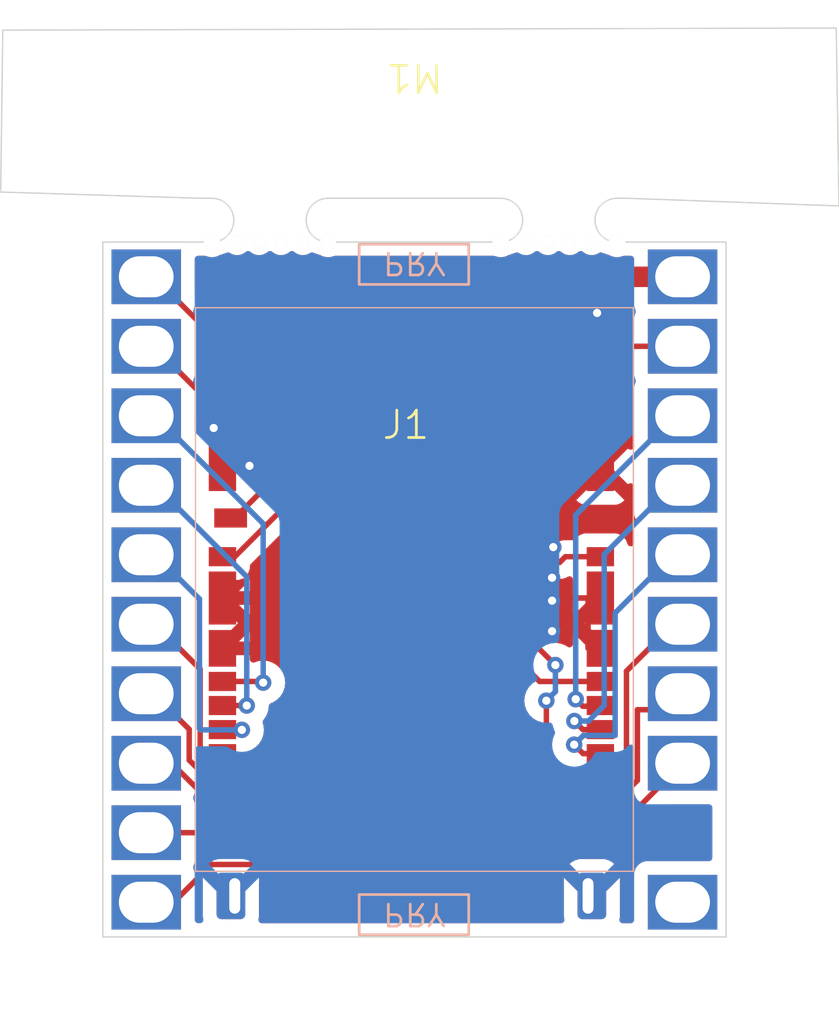
<source format=kicad_pcb>
(kicad_pcb (version 20240108) (generator "pcbnew") (generator_version "8.0")
  (layers (0 "F.Cu" signal) (31 "B.Cu" signal) (34 "B.Paste" user) (35 "F.Paste" user) (36 "B.SilkS" user "B.Silkscreen") (37 "F.SilkS" user "F.Silkscreen") (38 "B.Mask" user) (39 "F.Mask" user) (44 "Edge.Cuts" user))
  (net 0 "")
  (net 1 "SIM_AUX1")
  (net 2 "SD_GND")
  (net 3 "SD_DAT2")
  (net 4 "SIM_CLK")
  (net 5 "SIM_AUX2")
  (net 6 "GND")
  (net 7 "SD_DAT1")
  (net 8 "SD_CD")
  (net 9 "SD_VDD")
  (net 10 "SIM_VCC")
  (net 11 "SD_CLK")
  (net 12 "SIM_GND")
  (net 13 "SIM_VPP")
  (net 14 "SIM_RESET")
  (net 15 "SD_PRESENT")
  (net 16 "SD_CMD")
  (net 17 "SIM_DATA")
  (net 18 "SD_DAT0")
  (footprint "sim-and-sd-card:Molex 104168-1616 SIM and SD Card" (layer "F.Cu") (at 59.41 61.3218)
    (property "Reference" "J1" (at 0 -18.5166 0) (layer "F.SilkS") (effects (font (thickness 0.1))))
    (property "Value" "~")
    (pad "G1" thru_hole roundrect (at -6.2546 -1.3016) (size 1.05 1.7) (drill oval 0.4 1.3 (offset -0.14 0)) (layers "*.Cu" "*.Mask" "In1.Cu" "In2.Cu" "In3.Cu" "In4.Cu" "In5.Cu" "In6.Cu" "In7.Cu" "In8.Cu" "In9.Cu" "In10.Cu" "In11.Cu" "In12.Cu" "In13.Cu" "In14.Cu" "In15.Cu" "In16.Cu" "In17.Cu" "In18.Cu" "In19.Cu" "In20.Cu" "In21.Cu" "In22.Cu" "In23.Cu" "In24.Cu" "In25.Cu" "In26.Cu" "In27.Cu" "In28.Cu" "In29.Cu" "In30.Cu") (roundrect_rratio 0.1640419948) (net 6 "GND"))
    (pad "G2" smd rect (at -6.2546 -10.3516 180) (size 1 1.34) (drill oval (offset 0.45 0)) (layers "F.Cu" "F.Paste" "F.Mask") (net 6 "GND"))
    (pad "G3" smd rect (at -6.2546 -12.1916 180) (size 1 1.94) (drill oval (offset 0.45 0)) (layers "F.Cu" "F.Paste" "F.Mask") (net 6 "GND"))
    (pad "G4" smd rect (at -6.2546 -17.0016 180) (size 1 1.8) (drill oval (offset 0.45 0)) (layers "F.Cu" "F.Paste" "F.Mask") (net 6 "GND"))
    (pad "G5" smd rect (at 6.6554 -17.0016 180) (size 1 1.8) (drill oval (offset -0.45 0)) (layers "F.Cu" "F.Paste" "F.Mask") (net 6 "GND"))
    (pad "G6" smd rect (at 6.6554 -12.1916 180) (size 1 1.94) (drill oval (offset -0.45 0)) (layers "F.Cu" "F.Paste" "F.Mask") (net 6 "GND"))
    (pad "G7" smd rect (at 6.6554 -10.3516 180) (size 1 1.35) (drill oval (offset -0.45 0)) (layers "F.Cu" "F.Paste" "F.Mask") (net 6 "GND"))
    (pad "G8" thru_hole roundrect (at 6.6554 -1.3016 180) (size 1.05 1.7) (drill oval 0.4 1.3 (offset -0.14 0)) (layers "*.Cu" "*.Mask" "In1.Cu" "In2.Cu" "In3.Cu" "In4.Cu" "In5.Cu" "In6.Cu" "In7.Cu" "In8.Cu" "In9.Cu" "In10.Cu" "In11.Cu" "In12.Cu" "In13.Cu" "In14.Cu" "In15.Cu" "In16.Cu" "In17.Cu" "In18.Cu" "In19.Cu" "In20.Cu" "In21.Cu" "In22.Cu" "In23.Cu" "In24.Cu" "In25.Cu" "In26.Cu" "In27.Cu" "In28.Cu" "In29.Cu" "In30.Cu") (roundrect_rratio 0.1640419948) (net 6 "GND"))
    (pad "S/W" smd rect (at -6.2546 -15.1166 180) (size 1.2 0.7) (drill oval (offset 0.15 0)) (layers "F.Cu" "F.Paste" "F.Mask") (net 15 "SD_PRESENT"))
    (pad "S1" smd rect (at 6.6554 -3.8616 180) (size 1 0.7) (drill oval (offset -0.45 0)) (layers "F.Cu" "F.Paste" "F.Mask") (net 10 "SIM_VCC"))
    (pad "S2" smd rect (at 6.6554 -4.7416 180) (size 1 0.7) (drill oval (offset -0.45 0)) (layers "F.Cu" "F.Paste" "F.Mask") (net 14 "SIM_RESET"))
    (pad "S3" smd rect (at -6.2546 -4.7416 180) (size 1 0.7) (drill oval (offset 0.45 0)) (layers "F.Cu" "F.Paste" "F.Mask") (net 4 "SIM_CLK"))
    (pad "S4" smd rect (at -6.2546 -3.8616 180) (size 1 0.7) (drill oval (offset 0.45 0)) (layers "F.Cu" "F.Paste" "F.Mask") (net 1 "SIM_AUX1"))
    (pad "S5" smd rect (at 6.6554 -7.3816 180) (size 1 0.7) (drill oval (offset -0.45 0)) (layers "F.Cu" "F.Paste" "F.Mask") (net 12 "SIM_GND"))
    (pad "S6" smd rect (at 6.6554 -5.6216 180) (size 1 0.7) (drill oval (offset -0.45 0)) (layers "F.Cu" "F.Paste" "F.Mask") (net 13 "SIM_VPP"))
    (pad "S7" smd rect (at -6.2546 -5.6216 180) (size 1 0.7) (drill oval (offset 0.45 0)) (layers "F.Cu" "F.Paste" "F.Mask") (net 17 "SIM_DATA"))
    (pad "S8" smd rect (at -6.2546 -7.3816 180) (size 1 0.7) (drill oval (offset 0.45 0)) (layers "F.Cu" "F.Paste" "F.Mask") (net 5 "SIM_AUX2"))
    (pad "T1" smd rect (at 6.6554 -13.7016 180) (size 1 0.7) (drill oval (offset -0.45 0)) (layers "F.Cu" "F.Paste" "F.Mask") (net 3 "SD_DAT2"))
    (pad "T2" smd rect (at 6.6554 -9.1416 180) (size 1 0.7) (drill oval (offset -0.45 0)) (layers "F.Cu" "F.Paste" "F.Mask") (net 8 "SD_CD"))
    (pad "T3" smd rect (at 6.6554 -8.2616 180) (size 1 0.7) (drill oval (offset -0.45 0)) (layers "F.Cu" "F.Paste" "F.Mask") (net 16 "SD_CMD"))
    (pad "T4" smd rect (at 6.6554 -6.5016 180) (size 1 0.7) (drill oval (offset -0.45 0)) (layers "F.Cu" "F.Paste" "F.Mask") (net 9 "SD_VDD"))
    (pad "T5" smd rect (at -6.2546 -6.5016 180) (size 1 0.7) (drill oval (offset 0.45 0)) (layers "F.Cu" "F.Paste" "F.Mask") (net 11 "SD_CLK"))
    (pad "T6" smd rect (at -6.2546 -8.2616 180) (size 1 0.7) (drill oval (offset 0.45 0)) (layers "F.Cu" "F.Paste" "F.Mask") (net 2 "SD_GND"))
    (pad "T7" smd rect (at -6.2546 -9.1416 180) (size 1 0.7) (drill oval (offset 0.45 0)) (layers "F.Cu" "F.Paste" "F.Mask") (net 18 "SD_DAT0"))
    (pad "T8" smd rect (at -6.2546 -13.7016 180) (size 1 0.7) (drill oval (offset 0.45 0)) (layers "F.Cu" "F.Paste" "F.Mask") (net 7 "SD_DAT1"))
  )
  (footprint "MegaCastle:MegaCastle2x10-Module-I16.0x20.6-MBFFFF-PANEL-NIBBLE" (layer "F.Cu") (at 59.7208 48.8188 180)
    (property "Reference" "M1" (at 0 18.7 180) (layer "F.SilkS") (effects (font (thickness 0.1))))
    (property "Value" "~")
    (fp_rect (start -1.984241 11.151) (end 2.019516 12.62) (stroke (width 0.1)) (fill none) (layer "B.SilkS"))
    (fp_rect (start -1.984241 -11.151) (end 2.019516 -12.62) (stroke (width 0.1)) (fill none) (layer "B.SilkS"))
    (fp_rect (start -8 10.3) (end 8 -10.3) (stroke (width 0.05)) (fill none) (layer "B.SilkS"))
    (fp_line (start 11.3875 -12.7) (end 11.3875 12.7) (stroke (width 0.05)) (layer "Edge.Cuts"))
    (fp_line (start 7.8 14.3) (end 7.400001 14.3) (stroke (width 0.05)) (layer "Edge.Cuts"))
    (fp_line (start 7.8 12.7) (end 11.3875 12.7) (stroke (width 0.05)) (layer "Edge.Cuts"))
    (fp_line (start 7.8 12.7) (end 7.400001 12.7) (stroke (width 0.05)) (layer "Edge.Cuts"))
    (fp_line (start 2.755 14.3) (end 3.155 14.3) (stroke (width 0.05)) (layer "Edge.Cuts"))
    (fp_line (start 2.755 12.7) (end 3.155 12.7) (stroke (width 0.05)) (layer "Edge.Cuts"))
    (fp_line (start -2.755 14.3) (end -3.155 14.3) (stroke (width 0.05)) (layer "Edge.Cuts"))
    (fp_line (start -2.755 12.7) (end 2.755 12.7) (stroke (width 0.05)) (layer "Edge.Cuts"))
    (fp_line (start -2.755 12.7) (end -3.155 12.7) (stroke (width 0.05)) (layer "Edge.Cuts"))
    (fp_line (start -7.8 14.3) (end -7.4 14.3) (stroke (width 0.05)) (layer "Edge.Cuts"))
    (fp_line (start -7.8 12.7) (end -7.4 12.7) (stroke (width 0.05)) (layer "Edge.Cuts"))
    (fp_line (start -11.3875 12.7) (end -7.8 12.7) (stroke (width 0.05)) (layer "Edge.Cuts"))
    (fp_line (start -11.3875 -12.7) (end 11.3875 -12.7) (stroke (width 0.05)) (layer "Edge.Cuts"))
    (fp_line (start -11.3875 -12.7) (end -11.3875 12.7) (stroke (width 0.05)) (layer "Edge.Cuts"))
    (fp_arc (start 7.400001 14.3) (mid 6.6 13.5) (end 7.400001 12.7) (stroke (width 0.05)) (layer "Edge.Cuts"))
    (fp_arc (start 3.155 12.7) (mid 3.955 13.5) (end 3.155 14.3) (stroke (width 0.05)) (layer "Edge.Cuts"))
    (fp_arc (start -3.155 14.3) (mid -3.955 13.5) (end -3.155 12.7) (stroke (width 0.05)) (layer "Edge.Cuts"))
    (fp_arc (start -7.4 12.7) (mid -6.6 13.5) (end -7.4 14.3) (stroke (width 0.05)) (layer "Edge.Cuts"))
    (fp_text user "PRY" (at 0 -11.4 180) (layer "B.SilkS") (effects (font (size 0.8 0.8) (thickness 0.1)) (justify bottom mirror)))
    (fp_text user "PRY" (at 0 12.4 180) (layer "B.SilkS") (effects (font (size 0.8 0.8) (thickness 0.1)) (justify bottom mirror)))
    (pad "" np_thru_hole circle (at -7.4 12.7 180) (size 0.6 0.6) (drill 0.6) (layers "*.Cu" "Edge.Cuts"))
    (pad "" np_thru_hole circle (at -6.4775 12.7 180) (size 0.45 0.45) (drill 0.45) (layers "*.Cu" "Edge.Cuts"))
    (pad "" np_thru_hole circle (at -5.6775 12.7 180) (size 0.45 0.45) (drill 0.45) (layers "*.Cu" "Edge.Cuts"))
    (pad "" np_thru_hole circle (at -4.8775 12.7 180) (size 0.45 0.45) (drill 0.45) (layers "*.Cu" "Edge.Cuts"))
    (pad "" np_thru_hole circle (at -4.0775 12.7 180) (size 0.45 0.45) (drill 0.45) (layers "*.Cu" "Edge.Cuts"))
    (pad "" np_thru_hole circle (at -3.155 12.7 180) (size 0.6 0.6) (drill 0.6) (layers "*.Cu" "Edge.Cuts"))
    (pad "" np_thru_hole circle (at 3.155 12.7 180) (size 0.6 0.6) (drill 0.6) (layers "*.Cu" "Edge.Cuts"))
    (pad "" np_thru_hole circle (at 4.0775 12.7 180) (size 0.45 0.45) (drill 0.45) (layers "*.Cu" "Edge.Cuts"))
    (pad "" np_thru_hole circle (at 4.8775 12.7 180) (size 0.45 0.45) (drill 0.45) (layers "*.Cu" "Edge.Cuts"))
    (pad "" np_thru_hole circle (at 5.6775 12.7 180) (size 0.45 0.45) (drill 0.45) (layers "*.Cu" "Edge.Cuts"))
    (pad "" np_thru_hole circle (at 6.4775 12.7 180) (size 0.45 0.45) (drill 0.45) (layers "*.Cu" "Edge.Cuts"))
    (pad "" np_thru_hole circle (at 7.4 12.7 180) (size 0.6 0.6) (drill 0.6) (layers "*.Cu" "Edge.Cuts"))
    (pad "1" thru_hole rect (at -9.8 -11.43 180) (size 2.54 2) (drill oval 2 1.5) (property pad_prop_castellated) (layers "*.Cu" "*.Mask" "In1.Cu" "In2.Cu" "In3.Cu" "In4.Cu" "In5.Cu" "In6.Cu" "In7.Cu" "In8.Cu" "In9.Cu" "In10.Cu" "In11.Cu" "In12.Cu" "In13.Cu" "In14.Cu" "In15.Cu" "In16.Cu" "In17.Cu" "In18.Cu" "In19.Cu" "In20.Cu" "In21.Cu" "In22.Cu" "In23.Cu" "In24.Cu" "In25.Cu" "In26.Cu" "In27.Cu" "In28.Cu" "In29.Cu" "In30.Cu"))
    (pad "3" thru_hole rect (at -9.8 -6.35 180) (size 2.54 2) (drill oval 2 1.5) (property pad_prop_castellated) (layers "*.Cu" "*.Mask" "In1.Cu" "In2.Cu" "In3.Cu" "In4.Cu" "In5.Cu" "In6.Cu" "In7.Cu" "In8.Cu" "In9.Cu" "In10.Cu" "In11.Cu" "In12.Cu" "In13.Cu" "In14.Cu" "In15.Cu" "In16.Cu" "In17.Cu" "In18.Cu" "In19.Cu" "In20.Cu" "In21.Cu" "In22.Cu" "In23.Cu" "In24.Cu" "In25.Cu" "In26.Cu" "In27.Cu" "In28.Cu" "In29.Cu" "In30.Cu") (net 10 "SIM_VCC"))
    (pad "4" thru_hole rect (at -9.8 -3.81 180) (size 2.54 2) (drill oval 2 1.5) (property pad_prop_castellated) (layers "*.Cu" "*.Mask" "In1.Cu" "In2.Cu" "In3.Cu" "In4.Cu" "In5.Cu" "In6.Cu" "In7.Cu" "In8.Cu" "In9.Cu" "In10.Cu" "In11.Cu" "In12.Cu" "In13.Cu" "In14.Cu" "In15.Cu" "In16.Cu" "In17.Cu" "In18.Cu" "In19.Cu" "In20.Cu" "In21.Cu" "In22.Cu" "In23.Cu" "In24.Cu" "In25.Cu" "In26.Cu" "In27.Cu" "In28.Cu" "In29.Cu" "In30.Cu") (net 14 "SIM_RESET"))
    (pad "5" thru_hole rect (at -9.8 -1.27 180) (size 2.54 2) (drill oval 2 1.5) (property pad_prop_castellated) (layers "*.Cu" "*.Mask" "In1.Cu" "In2.Cu" "In3.Cu" "In4.Cu" "In5.Cu" "In6.Cu" "In7.Cu" "In8.Cu" "In9.Cu" "In10.Cu" "In11.Cu" "In12.Cu" "In13.Cu" "In14.Cu" "In15.Cu" "In16.Cu" "In17.Cu" "In18.Cu" "In19.Cu" "In20.Cu" "In21.Cu" "In22.Cu" "In23.Cu" "In24.Cu" "In25.Cu" "In26.Cu" "In27.Cu" "In28.Cu" "In29.Cu" "In30.Cu") (net 13 "SIM_VPP"))
    (pad "6" thru_hole rect (at -9.8 1.27 180) (size 2.54 2) (drill oval 2 1.5) (property pad_prop_castellated) (layers "*.Cu" "*.Mask" "In1.Cu" "In2.Cu" "In3.Cu" "In4.Cu" "In5.Cu" "In6.Cu" "In7.Cu" "In8.Cu" "In9.Cu" "In10.Cu" "In11.Cu" "In12.Cu" "In13.Cu" "In14.Cu" "In15.Cu" "In16.Cu" "In17.Cu" "In18.Cu" "In19.Cu" "In20.Cu" "In21.Cu" "In22.Cu" "In23.Cu" "In24.Cu" "In25.Cu" "In26.Cu" "In27.Cu" "In28.Cu" "In29.Cu" "In30.Cu") (net 9 "SD_VDD"))
    (pad "7" thru_hole rect (at -9.8 3.81 180) (size 2.54 2) (drill oval 2 1.5) (property pad_prop_castellated) (layers "*.Cu" "*.Mask" "In1.Cu" "In2.Cu" "In3.Cu" "In4.Cu" "In5.Cu" "In6.Cu" "In7.Cu" "In8.Cu" "In9.Cu" "In10.Cu" "In11.Cu" "In12.Cu" "In13.Cu" "In14.Cu" "In15.Cu" "In16.Cu" "In17.Cu" "In18.Cu" "In19.Cu" "In20.Cu" "In21.Cu" "In22.Cu" "In23.Cu" "In24.Cu" "In25.Cu" "In26.Cu" "In27.Cu" "In28.Cu" "In29.Cu" "In30.Cu") (net 12 "SIM_GND"))
    (pad "8" thru_hole rect (at -9.8 6.35 180) (size 2.54 2) (drill oval 2 1.5) (property pad_prop_castellated) (layers "*.Cu" "*.Mask" "In1.Cu" "In2.Cu" "In3.Cu" "In4.Cu" "In5.Cu" "In6.Cu" "In7.Cu" "In8.Cu" "In9.Cu" "In10.Cu" "In11.Cu" "In12.Cu" "In13.Cu" "In14.Cu" "In15.Cu" "In16.Cu" "In17.Cu" "In18.Cu" "In19.Cu" "In20.Cu" "In21.Cu" "In22.Cu" "In23.Cu" "In24.Cu" "In25.Cu" "In26.Cu" "In27.Cu" "In28.Cu" "In29.Cu" "In30.Cu") (net 16 "SD_CMD"))
    (pad "9" thru_hole rect (at -9.8 8.89 180) (size 2.54 2) (drill oval 2 1.5) (property pad_prop_castellated) (layers "*.Cu" "*.Mask" "In1.Cu" "In2.Cu" "In3.Cu" "In4.Cu" "In5.Cu" "In6.Cu" "In7.Cu" "In8.Cu" "In9.Cu" "In10.Cu" "In11.Cu" "In12.Cu" "In13.Cu" "In14.Cu" "In15.Cu" "In16.Cu" "In17.Cu" "In18.Cu" "In19.Cu" "In20.Cu" "In21.Cu" "In22.Cu" "In23.Cu" "In24.Cu" "In25.Cu" "In26.Cu" "In27.Cu" "In28.Cu" "In29.Cu" "In30.Cu") (net 8 "SD_CD"))
    (pad "10" thru_hole rect (at -9.8 11.43 180) (size 2.54 2) (drill oval 2 1.5) (property pad_prop_castellated) (layers "*.Cu" "*.Mask" "In1.Cu" "In2.Cu" "In3.Cu" "In4.Cu" "In5.Cu" "In6.Cu" "In7.Cu" "In8.Cu" "In9.Cu" "In10.Cu" "In11.Cu" "In12.Cu" "In13.Cu" "In14.Cu" "In15.Cu" "In16.Cu" "In17.Cu" "In18.Cu" "In19.Cu" "In20.Cu" "In21.Cu" "In22.Cu" "In23.Cu" "In24.Cu" "In25.Cu" "In26.Cu" "In27.Cu" "In28.Cu" "In29.Cu" "In30.Cu") (net 6 "GND"))
    (pad "11" thru_hole rect (at 9.8 -11.43 180) (size 2.54 2) (drill oval 2 1.5) (property pad_prop_castellated) (layers "*.Cu" "*.Mask" "In1.Cu" "In2.Cu" "In3.Cu" "In4.Cu" "In5.Cu" "In6.Cu" "In7.Cu" "In8.Cu" "In9.Cu" "In10.Cu" "In11.Cu" "In12.Cu" "In13.Cu" "In14.Cu" "In15.Cu" "In16.Cu" "In17.Cu" "In18.Cu" "In19.Cu" "In20.Cu" "In21.Cu" "In22.Cu" "In23.Cu" "In24.Cu" "In25.Cu" "In26.Cu" "In27.Cu" "In28.Cu" "In29.Cu" "In30.Cu") (net 3 "SD_DAT2"))
    (pad "12" thru_hole rect (at 9.8 -8.89 180) (size 2.54 2) (drill oval 2 1.5) (property pad_prop_castellated) (layers "*.Cu" "*.Mask" "In1.Cu" "In2.Cu" "In3.Cu" "In4.Cu" "In5.Cu" "In6.Cu" "In7.Cu" "In8.Cu" "In9.Cu" "In10.Cu" "In11.Cu" "In12.Cu" "In13.Cu" "In14.Cu" "In15.Cu" "In16.Cu" "In17.Cu" "In18.Cu" "In19.Cu" "In20.Cu" "In21.Cu" "In22.Cu" "In23.Cu" "In24.Cu" "In25.Cu" "In26.Cu" "In27.Cu" "In28.Cu" "In29.Cu" "In30.Cu") (net 1 "SIM_AUX1"))
    (pad "13" thru_hole rect (at 9.8 -6.35 180) (size 2.54 2) (drill oval 2 1.5) (property pad_prop_castellated) (layers "*.Cu" "*.Mask" "In1.Cu" "In2.Cu" "In3.Cu" "In4.Cu" "In5.Cu" "In6.Cu" "In7.Cu" "In8.Cu" "In9.Cu" "In10.Cu" "In11.Cu" "In12.Cu" "In13.Cu" "In14.Cu" "In15.Cu" "In16.Cu" "In17.Cu" "In18.Cu" "In19.Cu" "In20.Cu" "In21.Cu" "In22.Cu" "In23.Cu" "In24.Cu" "In25.Cu" "In26.Cu" "In27.Cu" "In28.Cu" "In29.Cu" "In30.Cu") (net 4 "SIM_CLK"))
    (pad "14" thru_hole rect (at 9.8 -3.81 180) (size 2.54 2) (drill oval 2 1.5) (property pad_prop_castellated) (layers "*.Cu" "*.Mask" "In1.Cu" "In2.Cu" "In3.Cu" "In4.Cu" "In5.Cu" "In6.Cu" "In7.Cu" "In8.Cu" "In9.Cu" "In10.Cu" "In11.Cu" "In12.Cu" "In13.Cu" "In14.Cu" "In15.Cu" "In16.Cu" "In17.Cu" "In18.Cu" "In19.Cu" "In20.Cu" "In21.Cu" "In22.Cu" "In23.Cu" "In24.Cu" "In25.Cu" "In26.Cu" "In27.Cu" "In28.Cu" "In29.Cu" "In30.Cu") (net 17 "SIM_DATA"))
    (pad "15" thru_hole rect (at 9.8 -1.27 180) (size 2.54 2) (drill oval 2 1.5) (property pad_prop_castellated) (layers "*.Cu" "*.Mask" "In1.Cu" "In2.Cu" "In3.Cu" "In4.Cu" "In5.Cu" "In6.Cu" "In7.Cu" "In8.Cu" "In9.Cu" "In10.Cu" "In11.Cu" "In12.Cu" "In13.Cu" "In14.Cu" "In15.Cu" "In16.Cu" "In17.Cu" "In18.Cu" "In19.Cu" "In20.Cu" "In21.Cu" "In22.Cu" "In23.Cu" "In24.Cu" "In25.Cu" "In26.Cu" "In27.Cu" "In28.Cu" "In29.Cu" "In30.Cu") (net 11 "SD_CLK"))
    (pad "16" thru_hole rect (at 9.8 1.27 180) (size 2.54 2) (drill oval 2 1.5) (property pad_prop_castellated) (layers "*.Cu" "*.Mask" "In1.Cu" "In2.Cu" "In3.Cu" "In4.Cu" "In5.Cu" "In6.Cu" "In7.Cu" "In8.Cu" "In9.Cu" "In10.Cu" "In11.Cu" "In12.Cu" "In13.Cu" "In14.Cu" "In15.Cu" "In16.Cu" "In17.Cu" "In18.Cu" "In19.Cu" "In20.Cu" "In21.Cu" "In22.Cu" "In23.Cu" "In24.Cu" "In25.Cu" "In26.Cu" "In27.Cu" "In28.Cu" "In29.Cu" "In30.Cu") (net 5 "SIM_AUX2"))
    (pad "17" thru_hole rect (at 9.8 3.81 180) (size 2.54 2) (drill oval 2 1.5) (property pad_prop_castellated) (layers "*.Cu" "*.Mask" "In1.Cu" "In2.Cu" "In3.Cu" "In4.Cu" "In5.Cu" "In6.Cu" "In7.Cu" "In8.Cu" "In9.Cu" "In10.Cu" "In11.Cu" "In12.Cu" "In13.Cu" "In14.Cu" "In15.Cu" "In16.Cu" "In17.Cu" "In18.Cu" "In19.Cu" "In20.Cu" "In21.Cu" "In22.Cu" "In23.Cu" "In24.Cu" "In25.Cu" "In26.Cu" "In27.Cu" "In28.Cu" "In29.Cu" "In30.Cu") (net 2 "SD_GND"))
    (pad "18" thru_hole rect (at 9.8 6.35 180) (size 2.54 2) (drill oval 2 1.5) (property pad_prop_castellated) (layers "*.Cu" "*.Mask" "In1.Cu" "In2.Cu" "In3.Cu" "In4.Cu" "In5.Cu" "In6.Cu" "In7.Cu" "In8.Cu" "In9.Cu" "In10.Cu" "In11.Cu" "In12.Cu" "In13.Cu" "In14.Cu" "In15.Cu" "In16.Cu" "In17.Cu" "In18.Cu" "In19.Cu" "In20.Cu" "In21.Cu" "In22.Cu" "In23.Cu" "In24.Cu" "In25.Cu" "In26.Cu" "In27.Cu" "In28.Cu" "In29.Cu" "In30.Cu") (net 18 "SD_DAT0"))
    (pad "19" thru_hole rect (at 9.8 8.89 180) (size 2.54 2) (drill oval 2 1.5) (property pad_prop_castellated) (layers "*.Cu" "*.Mask" "In1.Cu" "In2.Cu" "In3.Cu" "In4.Cu" "In5.Cu" "In6.Cu" "In7.Cu" "In8.Cu" "In9.Cu" "In10.Cu" "In11.Cu" "In12.Cu" "In13.Cu" "In14.Cu" "In15.Cu" "In16.Cu" "In17.Cu" "In18.Cu" "In19.Cu" "In20.Cu" "In21.Cu" "In22.Cu" "In23.Cu" "In24.Cu" "In25.Cu" "In26.Cu" "In27.Cu" "In28.Cu" "In29.Cu" "In30.Cu") (net 15 "SD_PRESENT"))
    (pad "20" thru_hole rect (at 9.8 11.43 180) (size 2.54 2) (drill oval 2 1.5) (property pad_prop_castellated) (layers "*.Cu" "*.Mask" "In1.Cu" "In2.Cu" "In3.Cu" "In4.Cu" "In5.Cu" "In6.Cu" "In7.Cu" "In8.Cu" "In9.Cu" "In10.Cu" "In11.Cu" "In12.Cu" "In13.Cu" "In14.Cu" "In15.Cu" "In16.Cu" "In17.Cu" "In18.Cu" "In19.Cu" "In20.Cu" "In21.Cu" "In22.Cu" "In23.Cu" "In24.Cu" "In25.Cu" "In26.Cu" "In27.Cu" "In28.Cu" "In29.Cu" "In30.Cu") (net 7 "SD_DAT1"))
  )
  (gr_line (start 44.6024 34.29) (end 44.6786 28.3718) (stroke (width 0.05)) (layer "Edge.Cuts"))
  (gr_line (start 44.6786 28.3718) (end 75.1332 28.2956) (stroke (width 0.05)) (layer "Edge.Cuts"))
  (gr_line (start 62.466 34.5188) (end 56.956 34.5188) (stroke (width 0.05)) (layer "Edge.Cuts"))
  (gr_line (start 51.9208 34.5188) (end 44.6024 34.29) (stroke (width 0.05)) (layer "Edge.Cuts"))
  (gr_line (start 75.1332 28.2956) (end 75.2348 34.798) (stroke (width 0.05)) (layer "Edge.Cuts"))
  (gr_line (start 75.2348 34.798) (end 67.511 34.5188) (stroke (width 0.05)) (layer "Edge.Cuts"))
  (segment (start 53.1554 57.4602) (end 52.9068 57.7088) (width 0.2) (layer "F.Cu") (net 1))
  (segment (start 52.9068 57.7088) (end 49.9208 57.7088) (width 0.2) (layer "F.Cu") (net 1))
  (segment (start 53.1554 53.0602) (end 53.5936 53.0602) (width 0.2) (layer "F.Cu") (net 2))
  (segment (start 53.5936 53.0602) (end 53.594 53.0606) (width 0.2) (layer "F.Cu") (net 2))
  (via (at 53.594 53.0606) (size 0.6) (drill 0.3) (layers "F.Cu" "B.Cu") (net 2))
  (segment (start 53.594 53.0606) (end 53.594 48.352) (width 0.2) (layer "B.Cu") (net 2))
  (segment (start 53.594 48.352) (end 50.2508 45.0088) (width 0.2) (layer "B.Cu") (net 2))
  (segment (start 50.2508 45.0088) (end 49.9208 45.0088) (width 0.2) (layer "B.Cu") (net 2))
  (segment (start 50.927 60.2488) (end 49.9208 60.2488) (width 0.2) (layer "F.Cu") (net 3))
  (segment (start 62.5926 58.8702) (end 52.3056 58.8702) (width 0.2) (layer "F.Cu") (net 3))
  (segment (start 49.911 60.2488) (end 50.181 60.2488) (width 0.2) (layer "F.Cu") (net 3))
  (segment (start 52.3056 58.8702) (end 50.927 60.2488) (width 0.2) (layer "F.Cu") (net 3))
  (segment (start 66.0654 47.6202) (end 65.23656 47.6202) (width 0.2) (layer "F.Cu") (net 3))
  (segment (start 64.5148 47.8294) (end 64.1902 48.154) (width 0.2) (layer "F.Cu") (net 3))
  (segment (start 64.5414 52.8828) (end 64.5414 56.9214) (width 0.2) (layer "F.Cu") (net 3))
  (segment (start 64.5414 56.9214) (end 62.5926 58.8702) (width 0.2) (layer "F.Cu") (net 3))
  (segment (start 65.23656 47.6202) (end 65.02736 47.8294) (width 0.2) (layer "F.Cu") (net 3))
  (segment (start 64.1902 48.154) (end 64.1902 50.8988) (width 0.2) (layer "F.Cu") (net 3))
  (segment (start 64.1902 50.8988) (end 64.8716 51.5802) (width 0.2) (layer "F.Cu") (net 3))
  (segment (start 65.02736 47.8294) (end 64.5148 47.8294) (width 0.2) (layer "F.Cu") (net 3))
  (via (at 64.8716 51.5802) (size 0.6) (drill 0.3) (layers "F.Cu" "B.Cu") (net 3))
  (via (at 64.5414 52.8828) (size 0.6) (drill 0.3) (layers "F.Cu" "B.Cu") (net 3))
  (segment (start 64.8716 51.5802) (end 64.8716 52.5526) (width 0.2) (layer "B.Cu") (net 3))
  (segment (start 64.8716 52.5526) (end 64.5414 52.8828) (width 0.2) (layer "B.Cu") (net 3))
  (segment (start 50.8508 55.1688) (end 49.9208 55.1688) (width 0.2) (layer "F.Cu") (net 4))
  (segment (start 52.2622 56.5802) (end 50.8508 55.1688) (width 0.2) (layer "F.Cu") (net 4))
  (segment (start 53.1554 56.5802) (end 52.2622 56.5802) (width 0.2) (layer "F.Cu") (net 4))
  (segment (start 52.6702 53.9402) (end 52.578 53.848) (width 0.2) (layer "F.Cu") (net 5))
  (segment (start 53.1554 53.9402) (end 52.6702 53.9402) (width 0.2) (layer "F.Cu") (net 5))
  (segment (start 53.4068 53.9402) (end 53.4162 53.9496) (width 0.2) (layer "F.Cu") (net 5))
  (segment (start 53.1554 53.9402) (end 53.4068 53.9402) (width 0.2) (layer "F.Cu") (net 5))
  (via (at 53.4162 53.9496) (size 0.6) (drill 0.3) (layers "F.Cu" "B.Cu") (net 5))
  (segment (start 50.2508 47.5488) (end 49.9208 47.5488) (width 0.2) (layer "B.Cu") (net 5))
  (segment (start 53.4162 53.9496) (end 51.9176 53.9496) (width 0.2) (layer "B.Cu") (net 5))
  (segment (start 51.8668 53.8988) (end 51.8668 49.1648) (width 0.2) (layer "B.Cu") (net 5))
  (segment (start 51.8668 49.1648) (end 50.2508 47.5488) (width 0.2) (layer "B.Cu") (net 5))
  (segment (start 51.9176 53.9496) (end 51.8668 53.8988) (width 0.2) (layer "B.Cu") (net 5))
  (segment (start 53.1554 50.9702) (end 54.196 50.9702) (width 0.5) (layer "F.Cu") (net 6))
  (segment (start 66.0654 49.1302) (end 64.84748 49.1302) (width 0.2) (layer "F.Cu") (net 6))
  (segment (start 54.3052 49.1236) (end 54.2986 49.1302) (width 0.5) (layer "F.Cu") (net 6))
  (segment (start 64.84748 49.1302) (end 64.7502 49.22748) (width 0.2) (layer "F.Cu") (net 6))
  (segment (start 66.0654 49.1302) (end 65.491 49.1302) (width 0.2) (layer "F.Cu") (net 6))
  (segment (start 53.1554 49.1302) (end 54.2986 49.1302) (width 0.5) (layer "F.Cu") (net 6))
  (segment (start 66.3956 38.110606) (end 66.3956 38.7096) (width 0.75) (layer "F.Cu") (net 6))
  (segment (start 66.0654 50.8) (end 65.9638 50.6984) (width 0.2) (layer "F.Cu") (net 6))
  (segment (start 65.6082 50.3428) (end 64.7502 50.3428) (width 0.2) (layer "F.Cu") (net 6))
  (segment (start 66.0654 49.1302) (end 66.0654 50.9702) (width 0.2) (layer "F.Cu") (net 6))
  (segment (start 53.1554 44.3202) (end 53.1554 44.2654) (width 0.2) (layer "F.Cu") (net 6))
  (segment (start 53.1554 44.2654) (end 52.38542 43.49542) (width 0.2) (layer "F.Cu") (net 6))
  (segment (start 65.9638 50.6984) (end 65.6082 50.3428) (width 0.2) (layer "F.Cu") (net 6))
  (segment (start 53.1554 44.2654) (end 53.0606 44.1706) (width 0.2) (layer "F.Cu") (net 6))
  (segment (start 53.6718 44.3202) (end 53.6944 44.2976) (width 0.2) (layer "F.Cu") (net 6))
  (segment (start 67.117406 37.3888) (end 66.3956 38.110606) (width 0.75) (layer "F.Cu") (net 6))
  (segment (start 66.0654 50.9702) (end 66.0654 50.8) (width 0.2) (layer "F.Cu") (net 6))
  (segment (start 52.38542 43.49542) (end 52.38542 42.91538) (width 0.2) (layer "F.Cu") (net 6))
  (segment (start 69.511 37.3888) (end 67.117406 37.3888) (width 0.75) (layer "F.Cu") (net 6))
  (segment (start 65.491 49.1302) (end 64.7502 48.3894) (width 0.2) (layer "F.Cu") (net 6))
  (segment (start 54.196 50.9702) (end 54.2036 50.9778) (width 0.5) (layer "F.Cu") (net 6))
  (segment (start 53.1554 44.3202) (end 53.6718 44.3202) (width 0.2) (layer "F.Cu") (net 6))
  (via (at 52.38542 42.91538) (size 0.6) (drill 0.3) (layers "F.Cu" "B.Cu") (net 6))
  (via (at 64.7502 50.3428) (size 0.6) (drill 0.3) (layers "F.Cu" "B.Cu") (net 6))
  (via (at 64.7954 47.2694) (size 0.6) (drill 0.3) (layers "F.Cu" "B.Cu") (net 6))
  (via (at 66.3956 38.7096) (size 0.6) (drill 0.3) (layers "F.Cu" "B.Cu") (net 6))
  (via (at 64.7502 49.22748) (size 0.6) (drill 0.3) (layers "F.Cu" "B.Cu") (net 6))
  (via (at 64.7502 48.3894) (size 0.6) (drill 0.3) (layers "F.Cu" "B.Cu") (net 6))
  (via (at 53.6944 44.2976) (size 0.6) (drill 0.3) (layers "F.Cu" "B.Cu") (net 6))
  (segment (start 64.7502 50.3428) (end 64.7502 47.3146) (width 0.2) (layer "B.Cu") (net 6))
  (segment (start 64.7502 47.3146) (end 64.7954 47.2694) (width 0.2) (layer "B.Cu") (net 6))
  (segment (start 50.1908 37.3888) (end 54.7878 41.9858) (width 0.2) (layer "F.Cu") (net 7))
  (segment (start 49.9208 37.3888) (end 50.1908 37.3888) (width 0.2) (layer "F.Cu") (net 7))
  (segment (start 54.7878 41.9858) (end 54.7878 45.9878) (width 0.2) (layer "F.Cu") (net 7))
  (segment (start 54.7878 45.9878) (end 53.1554 47.6202) (width 0.2) (layer "F.Cu") (net 7))
  (segment (start 64.296 52.1802) (end 63.8302 51.7144) (width 0.2) (layer "F.Cu") (net 8))
  (segment (start 63.8302 51.7144) (end 63.8302 41.6306) (width 0.2) (layer "F.Cu") (net 8))
  (segment (start 65.532 39.9288) (end 69.511 39.9288) (width 0.2) (layer "F.Cu") (net 8))
  (segment (start 63.8302 41.6306) (end 65.532 39.9288) (width 0.2) (layer "F.Cu") (net 8))
  (segment (start 66.0654 52.1802) (end 64.296 52.1802) (width 0.2) (layer "F.Cu") (net 8))
  (segment (start 66.0654 54.8202) (end 65.886705 54.8202) (width 0.2) (layer "F.Cu") (net 9))
  (segment (start 65.886705 54.8202) (end 65.55748 54.490975) (width 0.2) (layer "F.Cu") (net 9))
  (via (at 65.55748 54.490975) (size 0.6) (drill 0.3) (layers "F.Cu" "B.Cu") (net 9))
  (segment (start 69.181 47.5488) (end 69.511 47.5488) (width 0.2) (layer "B.Cu") (net 9))
  (segment (start 65.895655 54.1528) (end 67.056 54.1528) (width 0.2) (layer "B.Cu") (net 9))
  (segment (start 67.056 54.1528) (end 67.056 49.6738) (width 0.2) (layer "B.Cu") (net 9))
  (segment (start 67.056 49.6738) (end 69.181 47.5488) (width 0.2) (layer "B.Cu") (net 9))
  (segment (start 65.55748 54.490975) (end 65.895655 54.1528) (width 0.2) (layer "B.Cu") (net 9))
  (segment (start 66.0654 57.4602) (end 67.2294 57.4602) (width 0.2) (layer "F.Cu") (net 10))
  (segment (start 67.2294 57.4602) (end 69.5208 55.1688) (width 0.2) (layer "F.Cu") (net 10))
  (segment (start 51.8908 54.5756) (end 51.8908 51.7288) (width 0.2) (layer "F.Cu") (net 11))
  (segment (start 53.1554 54.8202) (end 52.1354 54.8202) (width 0.2) (layer "F.Cu") (net 11))
  (segment (start 52.1354 54.8202) (end 51.8908 54.5756) (width 0.2) (layer "F.Cu") (net 11))
  (segment (start 51.8908 51.7288) (end 50.2508 50.0888) (width 0.2) (layer "F.Cu") (net 11))
  (segment (start 50.2508 50.0888) (end 49.9208 50.0888) (width 0.2) (layer "F.Cu") (net 11))
  (segment (start 66.0654 53.9402) (end 65.878004 53.9402) (width 0.2) (layer "F.Cu") (net 12))
  (segment (start 65.878004 53.9402) (end 65.564884 53.62708) (width 0.2) (layer "F.Cu") (net 12))
  (via (at 65.564884 53.62708) (size 0.6) (drill 0.3) (layers "F.Cu" "B.Cu") (net 12))
  (segment (start 66.656 47.5338) (end 69.181 45.0088) (width 0.2) (layer "B.Cu") (net 12))
  (segment (start 66.08312 53.62708) (end 66.656 53.0542) (width 0.2) (layer "B.Cu") (net 12))
  (segment (start 69.181 45.0088) (end 69.511 45.0088) (width 0.2) (layer "B.Cu") (net 12))
  (segment (start 65.564884 53.62708) (end 66.08312 53.62708) (width 0.2) (layer "B.Cu") (net 12))
  (segment (start 66.656 53.0542) (end 66.656 47.5338) (width 0.2) (layer "B.Cu") (net 12))
  (segment (start 67.4688 55.3168) (end 67.4688 51.801) (width 0.2) (layer "F.Cu") (net 13))
  (segment (start 66.0654 55.7002) (end 67.0854 55.7002) (width 0.2) (layer "F.Cu") (net 13))
  (segment (start 69.181 50.0888) (end 69.511 50.0888) (width 0.2) (layer "F.Cu") (net 13))
  (segment (start 67.4688 51.801) (end 69.181 50.0888) (width 0.2) (layer "F.Cu") (net 13))
  (segment (start 67.0854 55.7002) (end 67.4688 55.3168) (width 0.2) (layer "F.Cu") (net 13))
  (segment (start 67.8688 53.213) (end 68.9268 53.213) (width 0.2) (layer "F.Cu") (net 14))
  (segment (start 68.9268 53.213) (end 69.511 52.6288) (width 0.2) (layer "F.Cu") (net 14))
  (segment (start 67.8688 55.7968) (end 67.8688 53.213) (width 0.2) (layer "F.Cu") (net 14))
  (segment (start 66.0654 56.5802) (end 67.0854 56.5802) (width 0.2) (layer "F.Cu") (net 14))
  (segment (start 67.0854 56.5802) (end 67.8688 55.7968) (width 0.2) (layer "F.Cu") (net 14))
  (segment (start 54.2544 45.1062) (end 54.2544 43.9924) (width 0.2) (layer "F.Cu") (net 15))
  (segment (start 54.2544 43.9924) (end 50.1908 39.9288) (width 0.2) (layer "F.Cu") (net 15))
  (segment (start 53.1554 46.2052) (end 54.2544 45.1062) (width 0.2) (layer "F.Cu") (net 15))
  (segment (start 50.1908 39.9288) (end 49.9208 39.9288) (width 0.2) (layer "F.Cu") (net 15))
  (segment (start 66.0654 53.0602) (end 66.2936 53.0602) (width 0.2) (layer "F.Cu") (net 16))
  (segment (start 65.871603 53.086) (end 65.614204 52.828601) (width 0.2) (layer "F.Cu") (net 16))
  (segment (start 66.2936 53.0602) (end 66.3194 53.086) (width 0.2) (layer "F.Cu") (net 16))
  (segment (start 66.3194 53.086) (end 65.871603 53.086) (width 0.2) (layer "F.Cu") (net 16))
  (via (at 65.614204 52.828601) (size 0.6) (drill 0.3) (layers "F.Cu" "B.Cu") (net 16))
  (segment (start 69.241 42.4688) (end 69.511 42.4688) (width 0.2) (layer "B.Cu") (net 16))
  (segment (start 65.614204 46.095596) (end 69.241 42.4688) (width 0.2) (layer "B.Cu") (net 16))
  (segment (start 65.614204 52.828601) (end 65.614204 46.095596) (width 0.2) (layer "B.Cu") (net 16))
  (segment (start 52.1354 55.7002) (end 51.4908 55.0556) (width 0.2) (layer "F.Cu") (net 17))
  (segment (start 53.1554 55.7002) (end 52.1354 55.7002) (width 0.2) (layer "F.Cu") (net 17))
  (segment (start 50.1908 52.6288) (end 49.9208 52.6288) (width 0.2) (layer "F.Cu") (net 17))
  (segment (start 51.4908 53.9288) (end 50.1908 52.6288) (width 0.2) (layer "F.Cu") (net 17))
  (segment (start 51.4908 55.0556) (end 51.4908 53.9288) (width 0.2) (layer "F.Cu") (net 17))
  (segment (start 53.1554 52.1802) (end 52.866 52.1802) (width 0.2) (layer "F.Cu") (net 18))
  (segment (start 53.1554 52.1802) (end 54.1518 52.1802) (width 0.2) (layer "F.Cu") (net 18))
  (segment (start 54.1518 52.1802) (end 54.194 52.2224) (width 0.2) (layer "F.Cu") (net 18))
  (segment (start 52.866 52.1802) (end 52.7812 52.0954) (width 0.2) (layer "F.Cu") (net 18))
  (via (at 54.194 52.2224) (size 0.6) (drill 0.3) (layers "F.Cu" "B.Cu") (net 18))
  (segment (start 50.2508 42.4688) (end 49.9208 42.4688) (width 0.2) (layer "B.Cu") (net 18))
  (segment (start 54.194 46.412) (end 50.2508 42.4688) (width 0.2) (layer "B.Cu") (net 18))
  (segment (start 54.194 52.2224) (end 54.194 46.412) (width 0.2) (layer "B.Cu") (net 18))
  (zone (net 6) (net_name "GND") (layers "F.Cu" "B.Cu") (connect_pads (clearance 0.5)) (min_thickness 0.25) (fill yes (thermal_gap 0.5) (thermal_bridge_width 0.5))
    (polygon (pts (xy 45.0342 34.2646) (xy 44.6786 64.0842) (xy 74.168 64.262) (xy 74.0664 34.2646)))
  )
)
</source>
